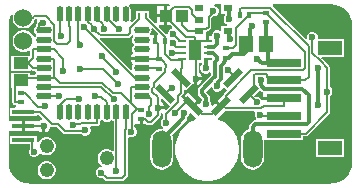
<source format=gtl>
G04*
G04 #@! TF.GenerationSoftware,Altium Limited,Altium Designer,22.6.1 (34)*
G04*
G04 Layer_Physical_Order=1*
G04 Layer_Color=255*
%FSLAX25Y25*%
%MOIN*%
G70*
G04*
G04 #@! TF.SameCoordinates,96458179-A28E-47A4-AC93-062C7FCE65E1*
G04*
G04*
G04 #@! TF.FilePolarity,Positive*
G04*
G01*
G75*
%ADD14C,0.00600*%
%ADD16R,0.03937X0.04331*%
%ADD17O,0.05315X0.02165*%
%ADD18O,0.02165X0.05315*%
%ADD19R,0.11800X0.02800*%
%ADD20R,0.07900X0.04700*%
%ADD21R,0.02500X0.00984*%
%ADD22R,0.03937X0.06693*%
G04:AMPARAMS|DCode=23|XSize=21.65mil|YSize=70.87mil|CornerRadius=0mil|HoleSize=0mil|Usage=FLASHONLY|Rotation=45.000|XOffset=0mil|YOffset=0mil|HoleType=Round|Shape=Rectangle|*
%AMROTATEDRECTD23*
4,1,4,0.01740,-0.03271,-0.03271,0.01740,-0.01740,0.03271,0.03271,-0.01740,0.01740,-0.03271,0.0*
%
%ADD23ROTATEDRECTD23*%

%ADD24R,0.01575X0.01968*%
%ADD25R,0.03150X0.02165*%
G04:AMPARAMS|DCode=26|XSize=21.65mil|YSize=70.87mil|CornerRadius=0mil|HoleSize=0mil|Usage=FLASHONLY|Rotation=315.000|XOffset=0mil|YOffset=0mil|HoleType=Round|Shape=Rectangle|*
%AMROTATEDRECTD26*
4,1,4,-0.03271,-0.01740,0.01740,0.03271,0.03271,0.01740,-0.01740,-0.03271,-0.03271,-0.01740,0.0*
%
%ADD26ROTATEDRECTD26*%

%ADD27R,0.01968X0.01575*%
%ADD28R,0.04528X0.05709*%
%ADD29R,0.07480X0.01575*%
%ADD30R,0.05151X0.03960*%
%ADD31R,0.00984X0.01181*%
%ADD43C,0.00600*%
%ADD44C,0.01400*%
%ADD45C,0.01200*%
G04:AMPARAMS|DCode=46|XSize=63.78mil|YSize=123.62mil|CornerRadius=31.89mil|HoleSize=0mil|Usage=FLASHONLY|Rotation=180.000|XOffset=0mil|YOffset=0mil|HoleType=Round|Shape=RoundedRectangle|*
%AMROUNDEDRECTD46*
21,1,0.06378,0.05984,0,0,180.0*
21,1,0.00000,0.12362,0,0,180.0*
1,1,0.06378,0.00000,0.02992*
1,1,0.06378,0.00000,0.02992*
1,1,0.06378,0.00000,-0.02992*
1,1,0.06378,0.00000,-0.02992*
%
%ADD46ROUNDEDRECTD46*%
%ADD47C,0.04800*%
%ADD48C,0.06000*%
%ADD49C,0.02362*%
G36*
X70974Y57298D02*
X72275D01*
Y56593D01*
X72090Y56409D01*
X71819Y55754D01*
Y55046D01*
X72090Y54391D01*
X72591Y53890D01*
X73092Y53683D01*
X72992Y53183D01*
X70974D01*
Y51795D01*
X70474Y51533D01*
X70005Y51727D01*
X69296D01*
X68641Y51456D01*
X68140Y50955D01*
X67869Y50300D01*
Y49692D01*
X67003D01*
Y48200D01*
X66003D01*
Y49782D01*
X65875Y49817D01*
Y51264D01*
X66082D01*
X66433Y51334D01*
X66731Y51533D01*
X67437Y52240D01*
X67636Y52537D01*
X67706Y52888D01*
Y55632D01*
X68393Y56319D01*
X68754D01*
X69409Y56590D01*
X69910Y57091D01*
X70181Y57746D01*
Y58454D01*
X69910Y59109D01*
X69409Y59610D01*
X68754Y59881D01*
X68799Y60363D01*
X70974D01*
Y57298D01*
D02*
G37*
G36*
X54003Y59863D02*
X53856Y59665D01*
X52944D01*
Y56500D01*
Y53335D01*
X54119D01*
X54711Y52743D01*
X54518Y52228D01*
X53991Y52010D01*
X53490Y51509D01*
X53219Y50854D01*
Y50563D01*
X52719Y50379D01*
X50225Y52873D01*
X50416Y53335D01*
X51944D01*
Y56000D01*
X49475D01*
Y54276D01*
X49014Y54084D01*
X47092Y56006D01*
Y57990D01*
X44908D01*
Y57991D01*
X44730D01*
Y57990D01*
X42546D01*
Y55843D01*
X41141Y54439D01*
X40752Y54757D01*
X40770Y54784D01*
X40901Y55440D01*
Y58590D01*
X40770Y59246D01*
X40398Y59803D01*
X40309Y59863D01*
X40460Y60363D01*
X53752D01*
X54003Y59863D01*
D02*
G37*
G36*
X107748Y60358D02*
X109086Y60226D01*
X110372Y59836D01*
X111558Y59202D01*
X112597Y58349D01*
X113450Y57310D01*
X114084Y56125D01*
X114474Y54838D01*
X114606Y53500D01*
X114611D01*
Y7503D01*
X114610Y7500D01*
X114605D01*
X114474Y6162D01*
X114084Y4876D01*
X113450Y3690D01*
X112597Y2651D01*
X111558Y1798D01*
X110372Y1165D01*
X109086Y774D01*
X107748Y643D01*
Y638D01*
X107745Y637D01*
X7000D01*
Y642D01*
X5662Y774D01*
X4375Y1164D01*
X3190Y1798D01*
X2151Y2651D01*
X1298Y3690D01*
X664Y4876D01*
X274Y6162D01*
X142Y7500D01*
X137D01*
Y17605D01*
X360Y18013D01*
X4600D01*
Y19800D01*
Y21587D01*
X360D01*
X137Y21995D01*
Y53500D01*
X142D01*
X274Y54838D01*
X664Y56125D01*
X1129Y56994D01*
X1597Y56809D01*
X1500Y56448D01*
Y55500D01*
X1745Y54584D01*
X2219Y53764D01*
X2889Y53093D01*
X3711Y52619D01*
X4626Y52374D01*
X5574D01*
X6489Y52619D01*
X7310Y53093D01*
X7981Y53764D01*
X8455Y54584D01*
X8610Y55165D01*
X8850Y55325D01*
X8988Y55464D01*
X9563D01*
X9624Y55402D01*
X9751Y54949D01*
X9661Y54814D01*
X9566Y54684D01*
X9562Y54666D01*
X9552Y54651D01*
X9521Y54493D01*
X9483Y54335D01*
X9439Y53183D01*
X9035Y52913D01*
X8663Y52357D01*
X8532Y51700D01*
X8663Y51043D01*
X9035Y50487D01*
X9202Y50375D01*
Y49901D01*
X8833Y49598D01*
X8345Y49679D01*
X7981Y50310D01*
X7310Y50981D01*
X6489Y51455D01*
X5574Y51700D01*
X4626D01*
X3711Y51455D01*
X2889Y50981D01*
X2219Y50310D01*
X1745Y49490D01*
X1500Y48574D01*
Y47626D01*
X1745Y46710D01*
X2219Y45890D01*
X2889Y45219D01*
X3711Y44745D01*
X4626Y44500D01*
X5574D01*
X6489Y44745D01*
X6849Y44953D01*
X7282Y44703D01*
Y43298D01*
X1025D01*
Y38139D01*
X7375D01*
Y38184D01*
X7875Y38370D01*
X8049Y38254D01*
X8400Y38184D01*
X8837D01*
X9035Y37889D01*
X9202Y37777D01*
Y37277D01*
X9035Y37165D01*
X8837Y36870D01*
X7375D01*
Y37580D01*
X1025D01*
Y32420D01*
X1382D01*
Y27800D01*
X1452Y27449D01*
X1651Y27151D01*
X1751Y27051D01*
X2049Y26852D01*
X2400Y26782D01*
X2498Y26685D01*
X2587Y26324D01*
X2297Y25912D01*
X760D01*
Y23137D01*
X9440D01*
Y23607D01*
X10140D01*
X11304Y22443D01*
X11149Y21891D01*
X10565Y21649D01*
X10340Y21425D01*
X9840Y21587D01*
Y21587D01*
X9840Y21587D01*
X5600D01*
Y19800D01*
Y18013D01*
X9840D01*
Y18013D01*
X10340Y18175D01*
X10565Y17951D01*
X11300Y17646D01*
Y19800D01*
X12300D01*
Y17646D01*
X13036Y17951D01*
X13649Y18564D01*
X13927Y19234D01*
X14023Y19385D01*
X14481Y19595D01*
X14545Y19582D01*
X16144D01*
X18375Y17351D01*
X18673Y17152D01*
X19024Y17082D01*
X24470D01*
X24495Y17087D01*
X24694Y16888D01*
X25349Y16617D01*
X26057D01*
X26712Y16888D01*
X27213Y17389D01*
X27484Y18044D01*
Y18752D01*
X27265Y19282D01*
X27491Y19782D01*
X29636D01*
X29987Y19852D01*
X30285Y20051D01*
X30385Y20151D01*
X30584Y20449D01*
X30654Y20800D01*
Y21352D01*
X30949Y21550D01*
X31061Y21717D01*
X31561D01*
X31673Y21550D01*
X32229Y21178D01*
X32886Y21047D01*
X33542Y21178D01*
X34099Y21550D01*
X34211Y21717D01*
X34711D01*
X34822Y21550D01*
X35182Y21309D01*
Y11614D01*
X34720Y11422D01*
X34642Y11501D01*
X33958Y11896D01*
X33195Y12100D01*
X32405D01*
X31642Y11896D01*
X30958Y11501D01*
X30399Y10942D01*
X30004Y10258D01*
X29800Y9495D01*
Y8705D01*
X30004Y7942D01*
X30399Y7258D01*
X30958Y6699D01*
X31163Y6581D01*
X31029Y6081D01*
X30746D01*
X30091Y5810D01*
X29590Y5309D01*
X29319Y4654D01*
Y3946D01*
X29590Y3291D01*
X30091Y2790D01*
X30746Y2519D01*
X31454D01*
X31546Y2557D01*
X32351Y1751D01*
X32649Y1552D01*
X33000Y1482D01*
X37835D01*
X38186Y1552D01*
X38484Y1751D01*
X39668Y2935D01*
X39867Y3233D01*
X39937Y3584D01*
Y15913D01*
X40437Y16247D01*
X40746Y16119D01*
X41454D01*
X42109Y16390D01*
X42610Y16891D01*
X42881Y17546D01*
Y18254D01*
X42610Y18909D01*
X42109Y19410D01*
X42085Y19420D01*
Y19989D01*
X42441Y20338D01*
X43925D01*
Y22125D01*
X44925D01*
Y20338D01*
X45996D01*
X46124Y20252D01*
X46475Y20182D01*
X47600D01*
X47951Y20252D01*
X48249Y20451D01*
X50549Y22751D01*
X50748Y23049D01*
X50818Y23400D01*
Y23886D01*
X51021Y24003D01*
X51135Y24051D01*
X51179Y24095D01*
X51232Y24125D01*
X51643Y23928D01*
X51682Y23891D01*
Y22448D01*
X51591Y22410D01*
X51090Y21909D01*
X50819Y21254D01*
Y20546D01*
X51090Y19891D01*
X51591Y19390D01*
X51701Y19345D01*
X51570Y18857D01*
X51143Y18914D01*
X50153Y18784D01*
X49232Y18402D01*
X48440Y17795D01*
X47833Y17003D01*
X47451Y16081D01*
X47321Y15092D01*
Y9108D01*
X47451Y8119D01*
X47833Y7197D01*
X48440Y6406D01*
X49232Y5798D01*
X50153Y5416D01*
X51143Y5286D01*
X52132Y5416D01*
X53053Y5798D01*
X53845Y6406D01*
X54452Y7197D01*
X54834Y8119D01*
X54964Y9108D01*
Y15092D01*
X54834Y16081D01*
X54592Y16667D01*
X59353Y21428D01*
X59641Y21858D01*
X59741Y22365D01*
Y22922D01*
X60110Y23291D01*
X60381Y23946D01*
Y23967D01*
X60881Y24174D01*
X62541Y22514D01*
X62424Y22028D01*
X62216Y21960D01*
X60724Y21200D01*
X59369Y20215D01*
X58185Y19031D01*
X57200Y17676D01*
X56440Y16184D01*
X55923Y14591D01*
X55661Y12937D01*
Y11263D01*
X55923Y9609D01*
X56440Y8016D01*
X57200Y6524D01*
X58185Y5169D01*
X59369Y3985D01*
X60724Y3000D01*
X62216Y2240D01*
X63809Y1723D01*
X65463Y1461D01*
X67137D01*
X68791Y1723D01*
X70384Y2240D01*
X71876Y3000D01*
X73231Y3985D01*
X74415Y5169D01*
X75400Y6524D01*
X76160Y8016D01*
X76677Y9609D01*
X76939Y11263D01*
Y12937D01*
X76677Y14591D01*
X76160Y16184D01*
X75400Y17676D01*
X74415Y19031D01*
X73231Y20215D01*
X71876Y21200D01*
X70384Y21960D01*
X70100Y22052D01*
X69984Y22538D01*
X72258Y24813D01*
X72491Y24766D01*
X82094D01*
X82389Y24266D01*
X82219Y23854D01*
Y23146D01*
X82490Y22491D01*
X82731Y22251D01*
X82524Y21750D01*
X82382D01*
X81875Y21650D01*
X81445Y21362D01*
X80581Y20498D01*
X80294Y20068D01*
X80193Y19561D01*
Y18669D01*
X79547Y18402D01*
X78755Y17795D01*
X78148Y17003D01*
X77766Y16081D01*
X77636Y15092D01*
Y9108D01*
X77766Y8119D01*
X78148Y7197D01*
X78755Y6406D01*
X79547Y5798D01*
X80468Y5416D01*
X81457Y5286D01*
X82446Y5416D01*
X83368Y5798D01*
X84160Y6406D01*
X84767Y7197D01*
X85149Y8119D01*
X85279Y9108D01*
Y14839D01*
X85356Y15124D01*
X85757Y15289D01*
X98400D01*
Y16371D01*
X99189D01*
X99540Y16441D01*
X99838Y16640D01*
X106949Y23751D01*
X107148Y24049D01*
X107218Y24400D01*
Y29752D01*
X107309Y29790D01*
X107810Y30291D01*
X108081Y30946D01*
Y31654D01*
X107810Y32309D01*
X107309Y32810D01*
X107218Y32848D01*
Y39286D01*
X107148Y39637D01*
X106949Y39935D01*
X104882Y42002D01*
X104882Y42002D01*
X104688Y42131D01*
X104399Y42421D01*
X104590Y42882D01*
X111812D01*
Y48782D01*
X103357D01*
X103181Y49046D01*
Y49754D01*
X102910Y50409D01*
X102409Y50910D01*
X101754Y51181D01*
X101046D01*
X100391Y50910D01*
X99890Y50409D01*
X99619Y49754D01*
Y49086D01*
X99512Y48995D01*
X99167Y48831D01*
X88135Y59863D01*
X88217Y60198D01*
X88328Y60363D01*
X107748D01*
X107748Y60358D01*
D02*
G37*
G36*
X41549Y50256D02*
X41593Y50122D01*
X41626Y49635D01*
X41340Y49207D01*
X41210Y48550D01*
X41340Y47894D01*
X41712Y47337D01*
X41879Y47226D01*
Y46726D01*
X41712Y46614D01*
X41340Y46057D01*
X41210Y45401D01*
X41340Y44744D01*
X41712Y44188D01*
Y43945D01*
X41424Y43753D01*
X40963Y43064D01*
X40901Y42751D01*
X44500D01*
Y41751D01*
X40901D01*
X40963Y41439D01*
X41424Y40750D01*
X41712Y40557D01*
Y40315D01*
X41340Y39758D01*
X41210Y39102D01*
X41275Y38773D01*
X40814Y38527D01*
X30498Y48843D01*
X30606Y49058D01*
X30793Y49255D01*
X30797Y49255D01*
X30875Y49221D01*
X30970Y49220D01*
X31064Y49201D01*
X31250Y49201D01*
X39794D01*
X40145Y49271D01*
X40443Y49470D01*
X41171Y50198D01*
X41237Y50297D01*
X41379Y50354D01*
X41549Y50256D01*
D02*
G37*
G36*
X49956Y50546D02*
X49765Y50084D01*
X49550D01*
Y48100D01*
X48550D01*
Y50084D01*
X47574D01*
X47468Y50234D01*
X47353Y50584D01*
X47660Y51043D01*
X47790Y51700D01*
X47715Y52080D01*
X48176Y52327D01*
X49956Y50546D01*
D02*
G37*
G36*
X64627Y40346D02*
X64290Y40009D01*
X64019Y39354D01*
Y38646D01*
X64290Y37991D01*
X64791Y37490D01*
X65446Y37219D01*
X66154D01*
X66809Y37490D01*
X67075Y37756D01*
X67575Y37549D01*
Y36746D01*
X63594Y32766D01*
X63307Y32336D01*
X63206Y31828D01*
Y30669D01*
X63307Y30161D01*
X63594Y29731D01*
X64574Y28751D01*
Y28193D01*
X64390Y28009D01*
X64171Y27481D01*
X63657Y27288D01*
X63426Y27519D01*
X61954Y26046D01*
X61600Y26400D01*
X61247Y26046D01*
X57807Y29486D01*
X57614Y29546D01*
X57587Y29689D01*
X58212Y30315D01*
X58411Y30612D01*
X58481Y30964D01*
Y31775D01*
X58943Y31967D01*
X59303Y31606D01*
X61405Y33708D01*
X62081Y33427D01*
Y35581D01*
X62581D01*
Y36081D01*
X64735D01*
X64430Y36817D01*
X63817Y37430D01*
X63499Y37562D01*
Y40854D01*
X64627D01*
Y40346D01*
D02*
G37*
G36*
X84269Y31368D02*
X84699Y31081D01*
X85000Y31021D01*
Y29600D01*
X91900D01*
Y28600D01*
X85000D01*
Y28414D01*
X84500Y28315D01*
X84310Y28774D01*
X83809Y29275D01*
X83154Y29546D01*
X82446D01*
X82354Y29508D01*
X82016Y29847D01*
X83903Y31734D01*
X84269Y31368D01*
D02*
G37*
G36*
X67969Y32738D02*
Y32702D01*
X68240Y32048D01*
X68741Y31546D01*
X69396Y31275D01*
X70104D01*
X70759Y31546D01*
X71260Y32048D01*
X71491Y32605D01*
X71993Y32810D01*
X73069Y31734D01*
X71859Y30524D01*
X71661Y30227D01*
X71631Y30076D01*
X69781Y28226D01*
X71254Y26754D01*
X70547Y26046D01*
X69074Y27519D01*
X68168Y26613D01*
X67681Y26834D01*
Y27354D01*
X67410Y28009D01*
X67225Y28193D01*
Y29300D01*
X67125Y29807D01*
X66837Y30237D01*
X65857Y31218D01*
Y31279D01*
X67507Y32929D01*
X67969Y32738D01*
D02*
G37*
G36*
X53862Y26469D02*
X52454Y25060D01*
X52030Y25344D01*
X52054Y25400D01*
X49900D01*
Y26400D01*
X52054D01*
X51749Y27136D01*
X51135Y27749D01*
X50818Y27881D01*
Y28806D01*
X51318Y29013D01*
X53862Y26469D01*
D02*
G37*
%LPC*%
G36*
X51944Y59665D02*
X49475D01*
Y57000D01*
X51944D01*
Y59665D01*
D02*
G37*
G36*
X9440Y16463D02*
X760D01*
Y13688D01*
X7182D01*
Y12190D01*
X6919Y11554D01*
Y10846D01*
X7190Y10191D01*
X7691Y9690D01*
X8346Y9419D01*
X9054D01*
X9709Y9690D01*
X10210Y10191D01*
X10371Y10579D01*
X10943Y10714D01*
X10958Y10699D01*
X11642Y10304D01*
X12405Y10100D01*
X13195D01*
X13958Y10304D01*
X14642Y10699D01*
X15201Y11258D01*
X15596Y11942D01*
X15800Y12705D01*
Y13495D01*
X15596Y14258D01*
X15201Y14942D01*
X14642Y15501D01*
X13958Y15896D01*
X13195Y16100D01*
X12405D01*
X11642Y15896D01*
X10958Y15501D01*
X10399Y14942D01*
X10070Y14372D01*
X9743Y14044D01*
X9440Y14084D01*
X9440Y14150D01*
Y16463D01*
D02*
G37*
G36*
X111812Y15318D02*
X102712D01*
Y9418D01*
X111812D01*
Y15318D01*
D02*
G37*
G36*
X13195Y8100D02*
X12405D01*
X11642Y7896D01*
X10958Y7501D01*
X10399Y6942D01*
X10004Y6258D01*
X9800Y5495D01*
Y4705D01*
X10004Y3942D01*
X10399Y3258D01*
X10958Y2699D01*
X11642Y2304D01*
X12405Y2100D01*
X13195D01*
X13958Y2304D01*
X14642Y2699D01*
X15201Y3258D01*
X15596Y3942D01*
X15800Y4705D01*
Y5495D01*
X15596Y6258D01*
X15201Y6942D01*
X14642Y7501D01*
X13958Y7896D01*
X13195Y8100D01*
D02*
G37*
G36*
X64735Y35081D02*
X63081D01*
Y33427D01*
X63817Y33732D01*
X64430Y34346D01*
X64735Y35081D01*
D02*
G37*
G36*
X59860Y31085D02*
X58741Y29966D01*
X61600Y27107D01*
X62719Y28226D01*
X59860Y31085D01*
D02*
G37*
%LPD*%
D14*
X48500Y34156D02*
X52155Y37811D01*
X48500Y32946D02*
Y34156D01*
X73381Y38400D02*
X74942Y36839D01*
X73381Y38400D02*
X73381D01*
X68765Y36062D02*
X68900Y36197D01*
X74942Y35732D02*
Y36839D01*
X84000Y23500D02*
X84305Y23195D01*
X91900D01*
X91800Y26400D02*
X91900Y26500D01*
X71891Y26284D02*
X72491Y25684D01*
X71016Y26284D02*
X71891D01*
X84427Y25684D02*
X85143Y26400D01*
X82800Y27765D02*
X82800D01*
X80491Y30074D02*
X82800Y27765D01*
X72491Y25684D02*
X84427D01*
X70900Y26400D02*
X71016Y26284D01*
X85143Y26400D02*
X91800D01*
X91900Y26500D02*
Y29100D01*
X18300Y38000D02*
Y42250D01*
X15149Y45401D02*
X18300Y42250D01*
X8300Y45401D02*
X15149D01*
X19443Y47100D02*
X20481Y48138D01*
X16357Y47100D02*
X19443D01*
X15400Y48057D02*
X16357Y47100D01*
X17319Y50081D02*
Y56834D01*
X15400Y48057D02*
Y53599D01*
X17319Y50081D02*
X17500Y49900D01*
X20481Y48138D02*
Y53069D01*
X17138Y57015D02*
X17319Y56834D01*
X12617Y56381D02*
X15400Y53599D01*
X20287Y53263D02*
Y57015D01*
Y53263D02*
X20481Y53069D01*
X6528Y40718D02*
X6656Y40846D01*
X4200Y40718D02*
X6528D01*
X23179Y47998D02*
X24000Y47177D01*
X23179Y56757D02*
X23437Y57015D01*
X23179Y47998D02*
Y56757D01*
X24000Y46700D02*
Y47177D01*
X41000Y32802D02*
X44500D01*
X40900Y32702D02*
X41000Y32802D01*
X40900Y27600D02*
Y32702D01*
X31620Y38780D02*
X36700Y33700D01*
X23821Y38780D02*
X31620D01*
X31300Y42650D02*
X35800Y38150D01*
Y37700D02*
Y38150D01*
X31300Y42650D02*
Y43100D01*
X28582Y51919D02*
X28898Y51603D01*
X28546Y51800D02*
X28582Y51919D01*
X28898Y51603D02*
X30365Y50598D01*
X41828Y36215D02*
X44237D01*
X28546Y51800D02*
Y52146D01*
X30365Y50598D02*
X30911Y50224D01*
X28546Y52146D02*
X28693Y52293D01*
X25260Y52783D02*
X41828Y36215D01*
X25260Y52783D02*
X25260D01*
X104234Y41353D02*
X106300Y39286D01*
Y24400D02*
Y31300D01*
Y39286D01*
X99189Y17289D02*
X106300Y24400D01*
X59125Y27768D02*
X60232D01*
X55617Y24260D02*
X59125Y27768D01*
X60232D02*
X61600Y26400D01*
X55617Y23983D02*
Y24260D01*
X56445Y27754D02*
Y29845D01*
X52600Y20900D02*
Y23909D01*
X56445Y27754D01*
X49900Y25900D02*
Y29500D01*
Y23400D02*
Y25900D01*
X48103Y31297D02*
X49900Y29500D01*
X47600Y21100D02*
X49900Y23400D01*
X29636Y20700D02*
X29736Y20800D01*
X24122Y20700D02*
X29636D01*
X36100Y4900D02*
Y22735D01*
X29736Y20800D02*
Y24338D01*
X25366Y18061D02*
X25703Y18398D01*
X24531Y18061D02*
X25366D01*
X24470Y18000D02*
X24531Y18061D01*
X36035Y22800D02*
X36100Y22735D01*
X36035Y22800D02*
Y24338D01*
X19024Y18000D02*
X24470D01*
X22060Y20400D02*
X23822D01*
X21741Y20081D02*
X22060Y20400D01*
X23822D02*
X24122Y20700D01*
X16524Y20500D02*
X19024Y18000D01*
X31100Y4300D02*
X33000Y2400D01*
X37835D01*
X81966Y31814D02*
Y36770D01*
X82317Y37122D01*
X85948D01*
X80226Y30074D02*
X81966Y31814D01*
X64382Y52182D02*
X66082D01*
X66788Y52888D01*
Y56012D01*
X63700Y51500D02*
X64382Y52182D01*
X60000Y51500D02*
X63700D01*
X66788Y56012D02*
X68400Y57623D01*
Y58100D01*
X63208Y55240D02*
X63700D01*
X61225Y57223D02*
X63208Y55240D01*
X61225Y57223D02*
Y58637D01*
X60297Y59565D02*
X61225Y58637D01*
X55313Y59565D02*
X60297D01*
X52444Y56500D02*
Y56697D01*
X55313Y59565D01*
X62333Y48200D02*
X66503D01*
X54117Y54635D02*
X59159Y49592D01*
X54112Y54635D02*
X54117D01*
X59159Y49592D02*
X61678D01*
X61752Y49517D02*
X61864D01*
X62286Y49095D01*
Y48246D02*
X62333Y48200D01*
X61678Y49592D02*
X61752Y49517D01*
X62286Y48246D02*
Y49095D01*
X52444Y56303D02*
Y56500D01*
Y56303D02*
X54112Y54635D01*
X31250Y50119D02*
X39794D01*
X31064Y50119D02*
X31250Y50119D01*
X30911Y50224D02*
X31064Y50119D01*
X39794Y50119D02*
X40522Y50847D01*
X29736Y55440D02*
X31463Y53714D01*
Y52637D02*
Y53714D01*
Y52637D02*
X31800Y52300D01*
X28200Y51800D02*
X28546D01*
X29736Y55440D02*
Y57015D01*
X26587Y54600D02*
X27863Y53324D01*
Y52137D02*
X28200Y51800D01*
X27863Y52137D02*
Y53324D01*
X26587Y54600D02*
Y57015D01*
X36472Y52200D02*
X36900D01*
X32886Y55786D02*
X36472Y52200D01*
X32886Y55786D02*
Y57015D01*
X98271Y38322D02*
X99000Y39051D01*
X87400Y59300D02*
X100200Y46500D01*
X101400Y44122D02*
X104169Y41353D01*
X99000Y39051D02*
Y44475D01*
X99100Y35006D02*
X100200Y36106D01*
X86584Y56890D02*
X99000Y44475D01*
X104169Y41353D02*
X104234D01*
X100200Y36106D02*
Y46500D01*
X101400Y44122D02*
Y49400D01*
X80955Y38322D02*
X98271D01*
X87400Y35006D02*
X99100D01*
X91900Y17289D02*
X99189D01*
X80226Y30074D02*
X80491D01*
X11846Y29676D02*
X16876D01*
X11823Y29653D02*
X11846Y29676D01*
X16876D02*
X16900Y29700D01*
X23622Y28800D02*
X23654Y28768D01*
X19238Y28800D02*
X23622D01*
X17138Y26700D02*
X19238Y28800D01*
X17138Y24338D02*
Y26700D01*
X35237Y28663D02*
X35237D01*
X11823Y32802D02*
X31098D01*
X35237Y28663D01*
X34800Y30800D02*
X37700D01*
X17252Y34300D02*
X31300D01*
X34800Y30800D01*
X37700D02*
X40900Y27600D01*
X30981Y29619D02*
X32886Y27714D01*
X28900Y29900D02*
X29181Y29619D01*
X30981D01*
X54847Y47253D02*
X55868Y46232D01*
X54847Y47253D02*
Y47404D01*
X44237Y36215D02*
X44500Y35952D01*
X15600D02*
X17252Y34300D01*
X58079Y44282D02*
X58097Y44263D01*
X54700Y44300D02*
X54719Y44282D01*
X58079D01*
X52200Y43700D02*
X54221Y41679D01*
X57027D01*
X57147Y41800D01*
Y42294D01*
X58097D01*
X40522Y50847D02*
Y52522D01*
X74937Y35726D02*
X74942Y35732D01*
X62581Y35581D02*
Y47919D01*
X55000Y50500D02*
X57300Y48200D01*
X58097D01*
X85948Y37122D02*
X86300Y36770D01*
Y36106D02*
X87400Y35006D01*
X86300Y36106D02*
Y36770D01*
X84256Y33256D02*
X84584Y32928D01*
X72508Y29875D02*
X80955Y38322D01*
X72640Y28140D02*
Y29247D01*
X72508Y29379D02*
Y29875D01*
X70900Y26400D02*
X72640Y28140D01*
X72508Y29379D02*
X72640Y29247D01*
X74997Y45763D02*
X75900Y46666D01*
Y52375D01*
X80375Y56850D01*
X54434Y32597D02*
X54753D01*
X52274Y30437D02*
X54434Y32597D01*
X77725Y59300D02*
X87400D01*
X86097Y57575D02*
X86584Y57087D01*
Y56890D02*
Y57087D01*
X80375Y57575D02*
X86097D01*
X14545Y20500D02*
X16524D01*
X10520Y24524D02*
X14545Y20500D01*
X12200Y26300D02*
X12400Y26500D01*
X10000Y26300D02*
X12200D01*
X5100Y24524D02*
X10520D01*
X72600Y45675D02*
X72825D01*
X72913Y45763D01*
X74997D01*
X73149Y58980D02*
X73600Y58529D01*
X80375Y56850D02*
Y56900D01*
Y57575D01*
X56445Y29845D02*
X57563Y30964D01*
X51143Y12100D02*
Y14111D01*
X61987Y26400D02*
X64687Y23700D01*
X67813D02*
X70513Y26400D01*
X70900D01*
X61600D02*
X61987D01*
X64687Y23700D02*
X67813D01*
X6100Y35000D02*
Y35952D01*
X2300Y27800D02*
Y35000D01*
X44500Y39102D02*
X44601Y39001D01*
X49924D02*
X50200Y38725D01*
X52409Y38300D02*
X52448Y40092D01*
X52155Y37811D02*
X52401Y38057D01*
X44601Y39001D02*
X49924D01*
X52401Y38057D02*
X52409Y38300D01*
X52200Y48100D02*
Y49600D01*
Y43700D02*
Y48100D01*
X41100Y17900D02*
X41168Y17968D01*
X39019Y18762D02*
X39185Y18928D01*
Y24338D01*
X41168Y17968D02*
Y23843D01*
X37835Y2400D02*
X39019Y3584D01*
X41168Y23843D02*
X42913Y25587D01*
X39019Y3584D02*
Y18762D01*
X43274Y25513D02*
X44425Y25275D01*
X42913Y25587D02*
X43274Y25513D01*
X47007Y26193D02*
X47700Y26886D01*
X47007Y23700D02*
Y26193D01*
X47700Y26886D02*
Y28547D01*
X47193Y29232D02*
X47507Y28918D01*
X44500Y29653D02*
X47193Y29232D01*
X47507Y28918D02*
X47700Y28547D01*
X46475Y21100D02*
X47600D01*
X48103Y31297D02*
Y32549D01*
X49992Y41757D02*
X51202D01*
X45878Y42250D02*
Y42251D01*
Y42250D02*
X45901Y42227D01*
X45901Y42227D02*
X46050Y42078D01*
X48103Y32549D02*
X48500Y32946D01*
X49516Y42199D02*
X49975Y42362D01*
X46795Y42002D02*
X49494Y42199D01*
X49516Y42199D01*
X46740Y42002D02*
X46795D01*
X46050Y42078D02*
X46707Y42005D01*
X46740Y42002D01*
X52448Y40099D02*
Y40303D01*
X52448Y40092D02*
X52448Y40099D01*
X51529Y41549D02*
X52448Y40303D01*
X51202Y41757D02*
X51369Y41709D01*
X51529Y41549D01*
X49975Y42362D02*
Y47064D01*
X49624Y47416D02*
X49975Y47064D01*
X44500Y42251D02*
X45878D01*
X49538Y47416D02*
X49624D01*
X49050Y47903D02*
Y48100D01*
Y47903D02*
X49538Y47416D01*
X68700Y46232D02*
X68800Y46332D01*
X85900Y54425D02*
X86045Y54280D01*
X10302Y51758D02*
X10400Y54300D01*
X10300Y51700D02*
X10302Y51758D01*
X15400Y35952D02*
X15600D01*
X40900Y27600D02*
X42913Y25587D01*
X8100Y11800D02*
Y15076D01*
X6656Y40846D02*
X8200Y42391D01*
X45450Y22125D02*
X46475Y21100D01*
X10400Y54300D02*
X11550D01*
X10300Y51700D02*
X11823D01*
X77225Y56900D02*
Y58800D01*
X77725Y59300D01*
X46000Y55800D02*
X52200Y49600D01*
X46000Y55800D02*
Y56800D01*
X57563Y30964D02*
Y35726D01*
X11823Y35952D02*
X15400D01*
Y42151D01*
X11823Y42251D02*
X15400Y42151D01*
X43638Y55638D02*
Y56800D01*
X40522Y52522D02*
X43638Y55638D01*
X4200Y30850D02*
X5450D01*
X10000Y26300D01*
X8400Y39102D02*
X11823D01*
X6656Y40846D02*
X8400Y39102D01*
X4200Y40718D02*
X6656Y40846D01*
X5100Y55974D02*
X8201D01*
X8608Y56381D01*
X12617D01*
X55868Y46232D02*
X58097D01*
X5100Y15076D02*
X8100D01*
Y11800D02*
X8700Y11200D01*
X32886Y24338D02*
Y27714D01*
X5100Y19800D02*
X11800D01*
X8200Y45301D02*
X8300Y45401D01*
X8200Y42391D02*
Y45301D01*
X4200Y35000D02*
X6100D01*
Y35952D02*
X11823D01*
X44425Y22125D02*
X45450D01*
X72700Y51500D02*
X73149D01*
X57956Y53544D02*
Y56500D01*
Y53544D02*
X60000Y51500D01*
X2400Y27700D02*
X4200D01*
X2300Y27800D02*
X2400Y27700D01*
X2300Y35000D02*
X4200D01*
X58097Y39234D02*
Y42294D01*
X57563Y38700D02*
X58097Y39234D01*
X57563Y35726D02*
Y38700D01*
D16*
X57956Y56500D02*
D03*
X52444D02*
D03*
D17*
X44500Y51700D02*
D03*
X11823D02*
D03*
Y48550D02*
D03*
Y45401D02*
D03*
Y42251D02*
D03*
Y39102D02*
D03*
Y35952D02*
D03*
Y32802D02*
D03*
Y29653D02*
D03*
X44500D02*
D03*
Y32802D02*
D03*
Y35952D02*
D03*
Y39102D02*
D03*
Y42251D02*
D03*
Y45401D02*
D03*
Y48550D02*
D03*
D18*
X17138Y24338D02*
D03*
X20287D02*
D03*
X23437D02*
D03*
X26587D02*
D03*
X29736D02*
D03*
X32886D02*
D03*
X36035D02*
D03*
X39185D02*
D03*
Y57015D02*
D03*
X36035D02*
D03*
X32886D02*
D03*
X29736D02*
D03*
X26587D02*
D03*
X23437D02*
D03*
X20287D02*
D03*
X17138D02*
D03*
D19*
X91900Y40911D02*
D03*
Y35006D02*
D03*
Y29100D02*
D03*
Y23195D02*
D03*
Y17289D02*
D03*
D20*
X107262Y45832D02*
D03*
Y12368D02*
D03*
D21*
X58097Y42294D02*
D03*
X66503D02*
D03*
X58097Y44263D02*
D03*
Y46232D02*
D03*
Y48200D02*
D03*
X66503Y44263D02*
D03*
Y46232D02*
D03*
Y48200D02*
D03*
D22*
X62300Y45200D02*
D03*
D23*
X61600Y26400D02*
D03*
X52274Y30437D02*
D03*
X57563Y35726D02*
D03*
D24*
X49050Y48100D02*
D03*
X52200D02*
D03*
X80375Y56900D02*
D03*
X77225D02*
D03*
D25*
X73149Y51500D02*
D03*
X63700D02*
D03*
Y55240D02*
D03*
X73149Y58980D02*
D03*
X63700D02*
D03*
D26*
X80226Y30437D02*
D03*
X74937Y35726D02*
D03*
X70900Y26400D02*
D03*
D27*
X72600Y42525D02*
D03*
Y45675D02*
D03*
X50200Y42050D02*
D03*
Y38900D02*
D03*
X85900Y54425D02*
D03*
Y57575D02*
D03*
X4200Y30850D02*
D03*
Y27700D02*
D03*
X44425Y25275D02*
D03*
Y22125D02*
D03*
D28*
X86045Y47100D02*
D03*
X79155D02*
D03*
D29*
X5100Y24524D02*
D03*
Y19800D02*
D03*
Y15076D02*
D03*
D30*
X4200Y35000D02*
D03*
Y40718D02*
D03*
D31*
X43638Y56800D02*
D03*
X46000D02*
D03*
D43*
X45901Y42227D02*
D03*
D44*
X70900Y35368D02*
Y39945D01*
X71504Y40548D02*
Y40597D01*
X72316Y41409D02*
Y42438D01*
X70900Y39945D02*
X71504Y40548D01*
Y40597D02*
X72316Y41409D01*
X69503Y41715D02*
Y42874D01*
X66503Y44263D02*
X68115D01*
X69503Y42874D01*
X68900Y41111D02*
X69503Y41715D01*
X72316Y42438D02*
X72491Y42613D01*
X68900Y36197D02*
Y41111D01*
X69934Y34403D02*
X70900Y35368D01*
X103400Y26700D02*
Y39243D01*
X103372Y39272D02*
X103400Y39243D01*
X58416Y24116D02*
X58600Y24300D01*
X51143Y15092D02*
X58416Y22365D01*
Y24116D01*
X51143Y14111D02*
Y15092D01*
X87423Y40911D02*
X91900D01*
X86723Y41611D02*
Y45831D01*
X86093Y46461D02*
X86723Y45831D01*
Y41611D02*
X87423Y40911D01*
X86045Y47100D02*
Y54280D01*
X69750Y33056D02*
X69934Y33241D01*
Y34403D01*
X69650Y47182D02*
Y49946D01*
X68800Y46332D02*
X69650Y47182D01*
X64531Y30669D02*
X65900Y29300D01*
X64531Y30669D02*
Y31828D01*
X68765Y36062D01*
X84544Y40856D02*
X87829D01*
X83100Y42300D02*
X84544Y40856D01*
X84200Y33312D02*
Y35000D01*
Y33312D02*
X85207Y32306D01*
X98094D01*
X100400Y30000D01*
X81518Y12161D02*
Y19561D01*
X82382Y20425D01*
X99575D01*
X81457Y12100D02*
X81518Y12161D01*
X99575Y20425D02*
X100400Y21250D01*
X73635Y48958D02*
Y51117D01*
X73252Y51500D02*
X73635Y51117D01*
Y48958D02*
X73819Y48774D01*
X80719Y52259D02*
X81300Y52840D01*
X80719Y48664D02*
Y52259D01*
X81300Y52840D02*
Y53100D01*
X79155Y47100D02*
X80719Y48664D01*
X79155Y44500D02*
Y47100D01*
X73600Y55400D02*
Y58529D01*
X72491Y42613D02*
X73513D01*
X74697Y43797D01*
X78452D01*
X79155Y44500D01*
X65900Y27000D02*
Y29300D01*
X65800Y39000D02*
X65953Y39153D01*
Y41687D01*
X100400Y21250D02*
Y30000D01*
D45*
X66503Y46232D02*
X68700D01*
D46*
X51143Y12100D02*
D03*
X81457D02*
D03*
D47*
X12800Y13100D02*
D03*
Y5100D02*
D03*
X32800Y9100D02*
D03*
D48*
X5100Y48100D02*
D03*
Y55974D02*
D03*
D49*
X73381Y38400D02*
D03*
X84000Y23500D02*
D03*
X82800Y27765D02*
D03*
X18300Y38000D02*
D03*
X17500Y49900D02*
D03*
X24000Y46700D02*
D03*
X36700Y33700D02*
D03*
X35800Y37700D02*
D03*
X23821Y38780D02*
D03*
X31300Y43100D02*
D03*
X28693Y52293D02*
D03*
X103372Y39272D02*
D03*
X106300Y31300D02*
D03*
X55617Y23983D02*
D03*
X49900Y25900D02*
D03*
X58600Y24300D02*
D03*
X36100Y4900D02*
D03*
X25703Y18398D02*
D03*
X21741Y20081D02*
D03*
X31100Y4300D02*
D03*
X68400Y58100D02*
D03*
X31800Y52300D02*
D03*
X25260Y52783D02*
D03*
X36900Y52200D02*
D03*
X16900Y29700D02*
D03*
X23654Y28768D02*
D03*
X35237Y28663D02*
D03*
X28900Y29900D02*
D03*
X54847Y47404D02*
D03*
X54700Y44300D02*
D03*
X103400Y26700D02*
D03*
X101400Y49400D02*
D03*
X84200Y35000D02*
D03*
X69750Y33056D02*
D03*
X62581Y35581D02*
D03*
X83100Y42300D02*
D03*
X55000Y50500D02*
D03*
X73819Y48774D02*
D03*
X54753Y32597D02*
D03*
X81300Y53100D02*
D03*
X12400Y26500D02*
D03*
X69650Y49946D02*
D03*
X73600Y55400D02*
D03*
X65900Y27000D02*
D03*
X52600Y20900D02*
D03*
X41100Y17900D02*
D03*
X47007Y23700D02*
D03*
X65800Y39000D02*
D03*
X11550Y54300D02*
D03*
X8700Y11200D02*
D03*
X11800Y19800D02*
D03*
M02*

</source>
